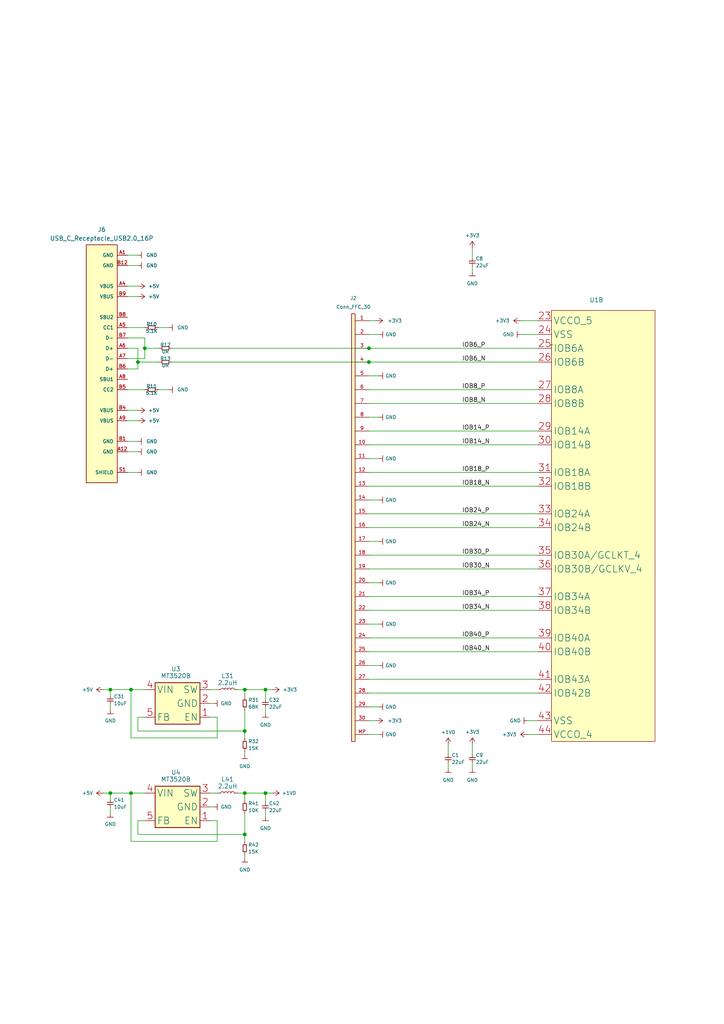
<source format=kicad_sch>
(kicad_sch (version 20231120) (generator "eeschema") (generator_version "8.0")
  (paper "A4" portrait)
  (lib_symbols
    (symbol "AI6YP:+1V0" (power) (pin_names (offset 0))
      (property "Value" "+1V0" (at 0 4 0))
      (symbol "+1V0_0_1"
        (polyline (pts (xy 0 0) (xy 0 2)))
        (polyline (pts (xy -0.7 1) (xy 0 2) (xy 0.7 1)))
      )
      (symbol "+1V0_1_1"
        (pin power_in line (at 0 0 90) (length 0) hide (name "+1V0") (number "1"))
      )
    )
    (symbol "AI6YP:+3V3" (power) (pin_names (offset 0))
      (property "Value" "+3V3" (at 0 4 0))
      (symbol "+3V3_0_1"
        (polyline (pts (xy 0 0) (xy 0 2)))
        (polyline (pts (xy -0.7 1) (xy 0 2) (xy 0.7 1)))
      )
      (symbol "+3V3_1_1"
        (pin power_in line (at 0 0 90) (length 0) hide (name "+3V3") (number "1"))
      )
    )
    (symbol "AI6YP:+5V" (power) (pin_names (offset 0))
      (property "Value" "+5V" (at 0 4 0))
      (symbol "+5V_0_1"
        (polyline (pts (xy 0 0) (xy 0 2)))
        (polyline (pts (xy -0.7 1) (xy 0 2) (xy 0.7 1)))
      )
      (symbol "+5V_1_1"
        (pin power_in line (at 0 0 90) (length 0) hide (name "+5V") (number "1"))
      )
    )
    (symbol "AI6YP:C" (pin_numbers hide) (pin_names (offset 0.254))
      (property "Reference" "C" (at 1 2 0))
      (property "Value" "C" (at 1 -2 0))
      (symbol "C_1_1"
        (polyline (pts (xy -0.9 -0.3) (xy 0.9 -0.3)) (stroke (width 0.2)))
        (polyline (pts (xy -0.9 0.3) (xy 0.9 0.3)) (stroke (width 0.2)))
        (pin passive line (at 0 1 270) (length 0.7) (name "~") (number "1"))
        (pin passive line (at 0 -1 90) (length 0.7) (name "~") (number "2"))
      )
    )
    (symbol "AI6YP:Conn_FFC_30" (pin_names (offset 1.016) hide)
      (property "Reference" "J" (at -20 65 0))
      (property "Value" "Conn_FFC_30" (at -20 -68 0))
      (symbol "Conn_FFC_30_1_1"
        (rectangle (start -20 62) (end -19 -62) (stroke (width 0.2)) (fill (type background)))
        (pin passive line (at -15 60 180) (length 4) (name "Pin_1") (number "1"))
        (pin passive line (at -15 24 180) (length 4) (name "Pin_10") (number "10"))
        (pin passive line (at -15 20 180) (length 4) (name "Pin_11") (number "11"))
        (pin passive line (at -15 16 180) (length 4) (name "Pin_12") (number "12"))
        (pin passive line (at -15 12 180) (length 4) (name "Pin_13") (number "13"))
        (pin passive line (at -15 8 180) (length 4) (name "Pin_14") (number "14"))
        (pin passive line (at -15 4 180) (length 4) (name "Pin_15") (number "15"))
        (pin passive line (at -15 0 180) (length 4) (name "Pin_16") (number "16"))
        (pin passive line (at -15 -4 180) (length 4) (name "Pin_17") (number "17"))
        (pin passive line (at -15 -8 180) (length 4) (name "Pin_18") (number "18"))
        (pin passive line (at -15 -12 180) (length 4) (name "Pin_19") (number "19"))
        (pin passive line (at -15 56 180) (length 4) (name "Pin_2") (number "2"))
        (pin passive line (at -15 -16 180) (length 4) (name "Pin_20") (number "20"))
        (pin passive line (at -15 -20 180) (length 4) (name "Pin_21") (number "21"))
        (pin passive line (at -15 -24 180) (length 4) (name "Pin_22") (number "22"))
        (pin passive line (at -15 -28 180) (length 4) (name "Pin_23") (number "23"))
        (pin passive line (at -15 -32 180) (length 4) (name "Pin_24") (number "24"))
        (pin passive line (at -15 -36 180) (length 4) (name "Pin_25") (number "25"))
        (pin passive line (at -15 -40 180) (length 4) (name "Pin_26") (number "26"))
        (pin passive line (at -15 -44 180) (length 4) (name "Pin_27") (number "27"))
        (pin passive line (at -15 -48 180) (length 4) (name "Pin_28") (number "28"))
        (pin passive line (at -15 -52 180) (length 4) (name "Pin_29") (number "29"))
        (pin passive line (at -15 52 180) (length 4) (name "Pin_3") (number "3"))
        (pin passive line (at -15 -56 180) (length 4) (name "Pin_30") (number "30"))
        (pin passive line (at -15 48 180) (length 4) (name "Pin_4") (number "4"))
        (pin passive line (at -15 44 180) (length 4) (name "Pin_5") (number "5"))
        (pin passive line (at -15 40 180) (length 4) (name "Pin_6") (number "6"))
        (pin passive line (at -15 36 180) (length 4) (name "Pin_7") (number "7"))
        (pin passive line (at -15 32 180) (length 4) (name "Pin_8") (number "8"))
        (pin passive line (at -15 28 180) (length 4) (name "Pin_9") (number "9"))
        (pin passive line (at -15 -60 180) (length 4) (name "Pin_MP") (number "MP"))
      )
    )
    (symbol "AI6YP:GND" (power) (pin_names (offset 0))
      (property "Value" "GND" (at 0 -2 0))
      (symbol "GND_0_1"
        (polyline (pts (xy -0.9 -1) (xy 0.9 -1)))
        (polyline (pts (xy 0 0) (xy 0 -1)))
      )
      (symbol "GND_1_1"
        (pin power_in line (at 0 0 270) (length 0) hide (name "GND") (number "1"))
      )
    )
    (symbol "AI6YP:GW2AR-88" (pin_names (offset 0.5))
      (property "Reference" "U" (at 14 9 0))
      (symbol "GW2AR-88_1_1"
        (rectangle (start 0 4) (end 40 -126) (fill (type background)))
        (pin power_in line (at -4 0 0) (length 4) (name "VCORE") (number "1"))
        (pin bidirectional line (at -4 -60 0) (length 4) (name "IOL29A/GCLKT_6") (number "10"))
        (pin bidirectional line (at -4 -64 0) (length 4) (name "IOL29B/GCLKC_6") (number "11"))
        (pin power_in line (at -4 -68 0) (length 4) (name "VCCX/VCCO_2/6/7") (number "12"))
        (pin bidirectional line (at -4 -72 0) (length 4) (name "IOL45A/LPLL2_T_in") (number "13"))
        (pin power_in line (at -4 -76 0) (length 4) (name "VCCPLLL_1") (number "14"))
        (pin bidirectional line (at -4 -84 0) (length 4) (name "IOL47A/LPLL2_T_fb") (number "15"))
        (pin bidirectional line (at -4 -88 0) (length 4) (name "IOL47B/LPLL2_C_fb") (number "16"))
        (pin bidirectional line (at -4 -96 0) (length 4) (name "IOL49A") (number "17"))
        (pin bidirectional line (at -4 -100 0) (length 4) (name "IOL49B") (number "18"))
        (pin bidirectional line (at -4 -108 0) (length 4) (name "IOL51A") (number "19"))
        (pin power_in line (at -4 -4 0) (length 4) (name "VSS") (number "2"))
        (pin bidirectional line (at -4 -112 0) (length 4) (name "IOL51B") (number "20"))
        (pin bidirectional line (at -4 -116 0) (length 4) (name "VSS") (number "21"))
        (pin bidirectional line (at -4 -120 0) (length 4) (name "VCORE") (number "22"))
        (pin bidirectional line (at -4 -8 0) (length 4) (name "VCCX/VCCO_2/6/7") (number "3"))
        (pin bidirectional line (at -4 -24 0) (length 4) (name "IOL7A/LPLL1_T_in") (number "4"))
        (pin bidirectional line (at -4 -28 0) (length 4) (name "IOR25B/TMS") (number "5"))
        (pin bidirectional line (at -4 -36 0) (length 4) (name "IOR26A/TCK") (number "6"))
        (pin bidirectional line (at -4 -40 0) (length 4) (name "IOR26B/TDI") (number "7"))
        (pin bidirectional line (at -4 -48 0) (length 4) (name "IOR25A/TDO") (number "8"))
        (pin bidirectional line (at -4 -52 0) (length 4) (name "IOR31B/RECONFIG_N") (number "9"))
      )
      (symbol "GW2AR-88_2_1"
        (rectangle (start 0 10) (end 30 -115) (fill (type background)))
        (pin power_in line (at -4 7 0) (length 4) (name "VCCO_5") (number "23"))
        (pin power_in line (at -4 3 0) (length 4) (name "VSS") (number "24"))
        (pin bidirectional line (at -4 -1 0) (length 4) (name "IOB6A") (number "25"))
        (pin bidirectional line (at -4 -5 0) (length 4) (name "IOB6B") (number "26"))
        (pin bidirectional line (at -4 -13 0) (length 4) (name "IOB8A") (number "27"))
        (pin bidirectional line (at -4 -17 0) (length 4) (name "IOB8B") (number "28"))
        (pin bidirectional line (at -4 -25 0) (length 4) (name "IOB14A") (number "29"))
        (pin bidirectional line (at -4 -29 0) (length 4) (name "IOB14B") (number "30"))
        (pin bidirectional line (at -4 -37 0) (length 4) (name "IOB18A") (number "31"))
        (pin bidirectional line (at -4 -41 0) (length 4) (name "IOB18B") (number "32"))
        (pin bidirectional line (at -4 -49 0) (length 4) (name "IOB24A") (number "33"))
        (pin bidirectional line (at -4 -53 0) (length 4) (name "IOB24B") (number "34"))
        (pin bidirectional line (at -4 -61 0) (length 4) (name "IOB30A/GCLKT_4") (number "35"))
        (pin bidirectional line (at -4 -65 0) (length 4) (name "IOB30B/GCLKV_4") (number "36"))
        (pin bidirectional line (at -4 -73 0) (length 4) (name "IOB34A") (number "37"))
        (pin bidirectional line (at -4 -77 0) (length 4) (name "IOB34B") (number "38"))
        (pin bidirectional line (at -4 -85 0) (length 4) (name "IOB40A") (number "39"))
        (pin bidirectional line (at -4 -89 0) (length 4) (name "IOB40B") (number "40"))
        (pin bidirectional line (at -4 -97 0) (length 4) (name "IOB43A") (number "41"))
        (pin bidirectional line (at -4 -101 0) (length 4) (name "IOB42B") (number "42"))
        (pin power_in line (at -4 -109 0) (length 4) (name "VSS") (number "43"))
        (pin power_in line (at -4 -113 0) (length 4) (name "VCCO_4") (number "44"))
      )
      (symbol "GW2AR-88_3_1"
        (rectangle (start 0 10) (end 40 -120) (fill (type background)))
        (pin power_in line (at -4 4 0) (length 4) (name "VCORE") (number "45"))
        (pin power_in line (at -4 0 0) (length 4) (name "VSS") (number "46"))
        (pin bidirectional line (at -4 -8 0) (length 4) (name "EXTR") (number "47"))
        (pin bidirectional line (at -4 -12 0) (length 4) (name "IOR49B") (number "48"))
        (pin bidirectional line (at -4 -16 0) (length 4) (name "IOR49A") (number "49"))
        (pin power_in line (at -4 -20 0) (length 4) (name "VCCPLLR_1") (number "50"))
        (pin bidirectional line (at -4 -24 0) (length 4) (name "IOR45A/RPLL2_T_in") (number "51"))
        (pin bidirectional line (at -4 -28 0) (length 4) (name "IOR39A/SCLK") (number "52"))
        (pin bidirectional line (at -4 -36 0) (length 4) (name "IOR38B/DOUT/WE_N") (number "53"))
        (pin bidirectional line (at -4 -40 0) (length 4) (name "IOR38A/DIN/CLKHOLD_N") (number "54"))
        (pin bidirectional line (at -4 -48 0) (length 4) (name "IOR36B/SSPI_CS_N/D0") (number "55"))
        (pin bidirectional line (at -4 -52 0) (length 4) (name "IOR36A/SO/D1") (number "56"))
        (pin bidirectional line (at -4 -60 0) (length 4) (name "IOR35A/FASTRD_N/D3") (number "57"))
        (pin power_in line (at -4 -68 0) (length 4) (name "VCCO_3") (number "58"))
        (pin bidirectional line (at -4 -72 0) (length 4) (name "IOR34B/MCLK/D4") (number "59"))
        (pin bidirectional line (at -4 -76 0) (length 4) (name "IOR34A/MCS_N/D5") (number "60"))
        (pin bidirectional line (at -4 -84 0) (length 4) (name "IOR33B/MO/D6") (number "61"))
        (pin bidirectional line (at -4 -88 0) (length 4) (name "IOR33A/MI/D7") (number "62"))
        (pin bidirectional line (at -4 -100 0) (length 4) (name "IOR29A/GCLKT_3") (number "63"))
        (pin bidirectional line (at -4 -104 0) (length 4) (name "VCCX/VCCO_2/5/7") (number "64"))
        (pin power_in line (at -4 -112 0) (length 4) (name "VSS") (number "65"))
        (pin power_in line (at -4 -116 0) (length 4) (name "VCORE") (number "66"))
      )
      (symbol "GW2AR-88_4_1"
        (rectangle (start 0 7) (end 30 -134) (fill (type background)))
        (pin power_in line (at -4 -2 0) (length 4) (name "VCCO_1") (number "67"))
        (pin power_in line (at -4 -6 0) (length 4) (name "VSS") (number "68"))
        (pin bidirectional line (at -4 -14 0) (length 4) (name "IOT50A") (number "69"))
        (pin bidirectional line (at -4 -22 0) (length 4) (name "IOT44B") (number "70"))
        (pin bidirectional line (at -4 -26 0) (length 4) (name "IOT44A") (number "71"))
        (pin bidirectional line (at -4 -34 0) (length 4) (name "IOT40B") (number "72"))
        (pin bidirectional line (at -4 -38 0) (length 4) (name "IOT40A") (number "73"))
        (pin bidirectional line (at -4 -46 0) (length 4) (name "IOT34B") (number "74"))
        (pin bidirectional line (at -4 -50 0) (length 4) (name "IOT34A") (number "75"))
        (pin bidirectional line (at -4 -58 0) (length 4) (name "IOT30B/GCLKC_1") (number "76"))
        (pin bidirectional line (at -4 -62 0) (length 4) (name "IOT30A/GCLKT_1") (number "77"))
        (pin power_in line (at -4 -66 0) (length 4) (name "VCCO_0") (number "78"))
        (pin bidirectional line (at -4 -70 0) (length 4) (name "IOT27B/GCLKC_0") (number "79"))
        (pin bidirectional line (at -4 -74 0) (length 4) (name "IOT27A/GCLKT_0") (number "80"))
        (pin bidirectional line (at -4 -82 0) (length 4) (name "IOT17B") (number "81"))
        (pin bidirectional line (at -4 -86 0) (length 4) (name "IOT17A") (number "82"))
        (pin bidirectional line (at -4 -94 0) (length 4) (name "IOT6B") (number "83"))
        (pin bidirectional line (at -4 -98 0) (length 4) (name "IOT6A") (number "84"))
        (pin bidirectional line (at -4 -106 0) (length 4) (name "IOT4B") (number "85"))
        (pin bidirectional line (at -4 -110 0) (length 4) (name "IOT4A") (number "86"))
        (pin bidirectional line (at -4 -118 0) (length 4) (name "IOR30B/MODE1") (number "87"))
        (pin bidirectional line (at -4 -122 0) (length 4) (name "IOR30A/MODE0") (number "88"))
        (pin power_in line (at -4 -130 0) (length 4) (name "EPAD") (number "89"))
      )
    )
    (symbol "AI6YP:L" (pin_numbers hide) (pin_names (offset 1.016) hide)
      (property "Reference" "L" (at -2 0 90))
      (property "Value" "L" (at 2 0 90))
      (symbol "L_0_1"
        (arc (start 0 -2) (mid 0.4694 -1.5) (end 0 -1))
        (arc (start 0 -1) (mid 0.4604 -0.5) (end 0 0))
        (arc (start 0 0) (mid 0.4289 0.5) (end 0 1))
        (arc (start 0 1) (mid 0.4261 1.5) (end 0 2))
      )
      (symbol "L_1_1"
        (pin passive line (at 0 3 270) (length 1) (name "1") (number "1"))
        (pin passive line (at 0 -3 90) (length 1) (name "2") (number "2"))
      )
    )
    (symbol "AI6YP:MT3520B"
      (property "Reference" "U" (at 0 9 0))
      (property "Value" "MT3520B" (at -3 7 0))
      (symbol "MT3520B_0_1"
        (rectangle (start -5 5) (end 8 -7) (stroke (width 0.254)) (fill (type background)))
      )
      (symbol "MT3520B_1_1"
        (pin input line (at 11 -5 180) (length 3) (name "EN") (number "1"))
        (pin passive line (at 11 -1 180) (length 3) (name "GND") (number "2"))
        (pin power_out line (at 11 3 180) (length 3) (name "SW") (number "3"))
        (pin power_in line (at -8 3 0) (length 3) (name "VIN") (number "4"))
        (pin power_in line (at -8 -5 0) (length 3) (name "FB") (number "5"))
      )
    )
    (symbol "AI6YP:R" (pin_numbers hide) (pin_names (offset 0))
      (property "Reference" "R" (at 2 0 90))
      (property "Value" "R" (at 0 0 90))
      (symbol "R_1_1"
        (rectangle (start -0.5 1) (end 0.5 -1) (stroke (width 0.2)))
        (pin passive line (at 0 2 270) (length 1) (name "~") (number "1"))
        (pin passive line (at 0 -2 90) (length 1) (name "~") (number "2"))
      )
    )
    (symbol "AI6YP:USB_C_Receptacle_USB2.0_16P" (pin_names (offset 1.016))
      (property "Reference" "J" (at 5 46 0))
      (property "Value" "USB_C_Receptacle_USB2.0_16P" (at 6 -29 0))
      (symbol "USB_C_Receptacle_USB2.0_16P_1_1"
        (rectangle (start 0 44) (end 9 -25) (stroke (width 0.2)) (fill (type background)))
        (pin passive line (at 12 41 180) (length 3) (name "GND") (number "A1"))
        (pin passive line (at 12 -16 180) (length 3) (name "GND") (number "A12"))
        (pin passive line (at 12 32 180) (length 3) (name "VBUS") (number "A4"))
        (pin bidirectional line (at 12 20 180) (length 3) (name "CC1") (number "A5"))
        (pin bidirectional line (at 12 14 180) (length 3) (name "D+") (number "A6"))
        (pin bidirectional line (at 12 11 180) (length 3) (name "D-") (number "A7"))
        (pin bidirectional line (at 12 5 180) (length 3) (name "SBU1") (number "A8"))
        (pin passive line (at 12 -7 180) (length 3) (name "VBUS") (number "A9"))
        (pin passive line (at 12 -13 180) (length 3) (name "GND") (number "B1"))
        (pin passive line (at 12 38 180) (length 3) (name "GND") (number "B12"))
        (pin passive line (at 12 -4 180) (length 3) (name "VBUS") (number "B4"))
        (pin bidirectional line (at 12 2 180) (length 3) (name "CC2") (number "B5"))
        (pin bidirectional line (at 12 8 180) (length 3) (name "D+") (number "B6"))
        (pin bidirectional line (at 12 17 180) (length 3) (name "D-") (number "B7"))
        (pin bidirectional line (at 12 23 180) (length 3) (name "SBU2") (number "B8"))
        (pin passive line (at 12 29 180) (length 3) (name "VBUS") (number "B9"))
        (pin passive line (at 12 -22 180) (length 3) (name "SHIELD") (number "S1"))
      )
    )
  )
  (junction (at 71 230))
  (junction (at 42 101))
  (junction (at 40 105))
  (junction (at 32 230))
  (junction (at 77 200))
  (junction (at 77 230))
  (junction (at 32 200))
  (junction (at 107 101))
  (junction (at 71 242))
  (junction (at 38 200))
  (junction (at 71 212))
  (junction (at 107 105))
  (junction (at 38 230))
  (junction (at 71 200))
  (wire (pts (xy 61 238) (xy 63 238)))
  (wire (pts (xy 107 109) (xy 110 109)))
  (wire (pts (xy 71 242) (xy 71 244)))
  (wire (pts (xy 107 205) (xy 110 205)))
  (wire (pts (xy 107 141) (xy 156 141)))
  (wire (pts (xy 71 212) (xy 71 214)))
  (wire (pts (xy 130 221) (xy 130 223)))
  (wire (pts (xy 42 238) (xy 40 238)))
  (wire (pts (xy 40 107) (xy 40 105)))
  (wire (pts (xy 77 200) (xy 79 200)))
  (wire (pts (xy 107 185) (xy 156 185)))
  (wire (pts (xy 32 234) (xy 32 236)))
  (wire (pts (xy 32 200) (xy 38 200)))
  (wire (pts (xy 37 101) (xy 40 101)))
  (wire (pts (xy 137 77) (xy 137 79)))
  (wire (pts (xy 38 214) (xy 38 200)))
  (wire (pts (xy 69 230) (xy 71 230)))
  (wire (pts (xy 61 208) (xy 63 208)))
  (wire (pts (xy 38 244) (xy 38 230)))
  (wire (pts (xy 32 230) (xy 38 230)))
  (wire (pts (xy 77 235) (xy 77 237)))
  (wire (pts (xy 107 137) (xy 156 137)))
  (wire (pts (xy 42 101) (xy 42 104)))
  (wire (pts (xy 71 200) (xy 77 200)))
  (wire (pts (xy 130 216) (xy 130 219)))
  (wire (pts (xy 37 77) (xy 40 77)))
  (wire (pts (xy 77 230) (xy 77 233)))
  (wire (pts (xy 37 107) (xy 40 107)))
  (wire (pts (xy 37 95) (xy 42 95)))
  (wire (pts (xy 50 101) (xy 107 101)))
  (wire (pts (xy 107 129) (xy 156 129)))
  (wire (pts (xy 107 97) (xy 110 97)))
  (wire (pts (xy 107 173) (xy 156 173)))
  (wire (pts (xy 151 97) (xy 156 97)))
  (wire (pts (xy 71 218) (xy 71 219)))
  (wire (pts (xy 37 98) (xy 42 98)))
  (wire (pts (xy 40 105) (xy 40 101)))
  (wire (pts (xy 107 161) (xy 156 161)))
  (wire (pts (xy 40 212) (xy 71 212)))
  (wire (pts (xy 71 230) (xy 77 230)))
  (wire (pts (xy 71 230) (xy 71 232)))
  (wire (pts (xy 61 234) (xy 62 234)))
  (wire (pts (xy 38 230) (xy 42 230)))
  (wire (pts (xy 40 105) (xy 46 105)))
  (wire (pts (xy 38 200) (xy 42 200)))
  (wire (pts (xy 63 238) (xy 63 244)))
  (wire (pts (xy 61 200) (xy 63 200)))
  (wire (pts (xy 46 95) (xy 49 95)))
  (wire (pts (xy 107 209) (xy 109 209)))
  (wire (pts (xy 77 230) (xy 79 230)))
  (wire (pts (xy 107 93) (xy 109 93)))
  (wire (pts (xy 37 113) (xy 42 113)))
  (wire (pts (xy 107 197) (xy 156 197)))
  (wire (pts (xy 107 193) (xy 110 193)))
  (wire (pts (xy 63 208) (xy 63 214)))
  (wire (pts (xy 107 157) (xy 110 157)))
  (wire (pts (xy 107 105) (xy 156 105)))
  (wire (pts (xy 30 200) (xy 32 200)))
  (wire (pts (xy 71 206) (xy 71 212)))
  (wire (pts (xy 71 248) (xy 71 249)))
  (wire (pts (xy 107 169) (xy 110 169)))
  (wire (pts (xy 61 204) (xy 62 204)))
  (wire (pts (xy 107 101) (xy 156 101)))
  (wire (pts (xy 71 236) (xy 71 242)))
  (wire (pts (xy 71 200) (xy 71 202)))
  (wire (pts (xy 107 133) (xy 110 133)))
  (wire (pts (xy 107 145) (xy 110 145)))
  (wire (pts (xy 32 200) (xy 32 202)))
  (wire (pts (xy 46 113) (xy 49 113)))
  (wire (pts (xy 37 131) (xy 40 131)))
  (wire (pts (xy 50 105) (xy 107 105)))
  (wire (pts (xy 30 230) (xy 32 230)))
  (wire (pts (xy 151 93) (xy 156 93)))
  (wire (pts (xy 107 117) (xy 156 117)))
  (wire (pts (xy 37 119) (xy 40 119)))
  (wire (pts (xy 137 216) (xy 137 219)))
  (wire (pts (xy 137 221) (xy 137 223)))
  (wire (pts (xy 63 244) (xy 38 244)))
  (wire (pts (xy 107 201) (xy 156 201)))
  (wire (pts (xy 107 153) (xy 156 153)))
  (wire (pts (xy 37 86) (xy 40 86)))
  (wire (pts (xy 63 214) (xy 38 214)))
  (wire (pts (xy 42 104) (xy 37 104)))
  (wire (pts (xy 137 72) (xy 137 75)))
  (wire (pts (xy 107 165) (xy 156 165)))
  (wire (pts (xy 107 213) (xy 110 213)))
  (wire (pts (xy 32 204) (xy 32 206)))
  (wire (pts (xy 153 213) (xy 156 213)))
  (wire (pts (xy 42 98) (xy 42 101)))
  (wire (pts (xy 107 121) (xy 110 121)))
  (wire (pts (xy 37 74) (xy 40 74)))
  (wire (pts (xy 32 230) (xy 32 232)))
  (wire (pts (xy 69 200) (xy 71 200)))
  (wire (pts (xy 42 101) (xy 46 101)))
  (wire (pts (xy 107 125) (xy 156 125)))
  (wire (pts (xy 107 113) (xy 156 113)))
  (wire (pts (xy 107 189) (xy 156 189)))
  (wire (pts (xy 77 205) (xy 77 207)))
  (wire (pts (xy 107 181) (xy 110 181)))
  (wire (pts (xy 37 122) (xy 40 122)))
  (wire (pts (xy 40 238) (xy 40 242)))
  (wire (pts (xy 107 149) (xy 156 149)))
  (wire (pts (xy 107 177) (xy 156 177)))
  (wire (pts (xy 37 137) (xy 40 137)))
  (wire (pts (xy 40 242) (xy 71 242)))
  (wire (pts (xy 37 128) (xy 40 128)))
  (wire (pts (xy 61 230) (xy 63 230)))
  (wire (pts (xy 40 208) (xy 40 212)))
  (wire (pts (xy 153 209) (xy 156 209)))
  (wire (pts (xy 37 83) (xy 40 83)))
  (wire (pts (xy 77 200) (xy 77 203)))
  (wire (pts (xy 42 208) (xy 40 208)))
  (label "IOB30_P" (at 134 161 0))
  (label "IOB34_P" (at 134 173 0))
  (label "IOB14_N" (at 134 129 0))
  (label "IOB24_P" (at 134 149 0))
  (label "IOB18_N" (at 134 141 0))
  (label "IOB34_N" (at 134 177 0))
  (label "IOB24_N" (at 134 153 0))
  (label "IOB18_P" (at 134 137 0))
  (label "IOB30_N" (at 134 165 0))
  (label "IOB8_N" (at 134 117 0))
  (label "IOB6_N" (at 134 105 0))
  (label "IOB40_P" (at 134 185 0))
  (label "IOB14_P" (at 134 125 0))
  (label "IOB40_N" (at 134 189 0))
  (label "IOB8_P" (at 134 113 0))
  (label "IOB6_P" (at 134 101 0))
  (symbol (lib_id "AI6YP:+1V0") (at 130 216 0) (unit 1)
    (property "Reference" "#PWR096" (effects (hide yes)))
    (property "Value" "+1V0" (at 130 212.34 0) (effects (font (size 1 1))))
    (property "Description" "Power symbol creates a global label with name \"+1V0\"" (effects (hide yes)))
  )
  (symbol (lib_id "AI6YP:+5V") (at 40 83 270) (unit 1)
    (property "Reference" "#PWR087" (effects (hide yes)))
    (property "Value" "+5V" (at 43 83 90) (effects (font (size 1 1)) (justify left)))
    (property "Description" "Power symbol creates a global label with name \"+3V3\"" (effects (hide yes)))
  )
  (symbol (lib_id "AI6YP:+5V") (at 40 86 270) (unit 1)
    (property "Reference" "#PWR088" (effects (hide yes)))
    (property "Value" "+5V" (at 43 86 90) (effects (font (size 1 1)) (justify left)))
    (property "Description" "Power symbol creates a global label with name \"+3V3\"" (effects (hide yes)))
  )
  (symbol (lib_id "AI6YP:GND") (at 110 109 90) (unit 1)
    (property "Reference" "#PWR013" (effects (hide yes)))
    (property "Value" "GND" (at 111.76 108.9999 90) (effects (font (size 1 1)) (justify right)))
    (property "Description" "Power symbol creates a global label with name \"GND\" , ground" (effects (hide yes)))
  )
  (symbol (lib_id "AI6YP:+5V") (at 40 119 270) (unit 1)
    (property "Reference" "#PWR089" (effects (hide yes)))
    (property "Value" "+5V" (at 43 119 90) (effects (font (size 1 1)) (justify left)))
    (property "Description" "Power symbol creates a global label with name \"+3V3\"" (effects (hide yes)))
  )
  (symbol (lib_id "AI6YP:C") (at 32 233 0) (unit 1)
    (property "Reference" "C41" (at 33 232 0) (effects (font (size 1 1)) (justify left)))
    (property "Value" "10uF" (at 33 234 0) (effects (font (size 1 1)) (justify left)))
    (property "Footprint" "AI6YP:C_0603_1608Metric" (effects (hide yes)))
    (property "Description" "Unpolarized capacitor" (effects (hide yes)))
  )
  (symbol (lib_id "AI6YP:C") (at 32 203 0) (unit 1)
    (property "Reference" "C31" (at 33 202 0) (effects (font (size 1 1)) (justify left)))
    (property "Value" "10uF" (at 33 204 0) (effects (font (size 1 1)) (justify left)))
    (property "Footprint" "AI6YP:C_0603_1608Metric" (effects (hide yes)))
    (property "Description" "Unpolarized capacitor" (effects (hide yes)))
  )
  (symbol (lib_id "AI6YP:GND") (at 71 249 0) (unit 1)
    (property "Reference" "#PWR0130" (effects (hide yes)))
    (property "Value" "GND" (at 71 252.22 0) (effects (font (size 1 1))))
    (property "Description" "Power symbol creates a global label with name \"GND\" , ground" (effects (hide yes)))
  )
  (symbol (lib_id "AI6YP:R") (at 71 246 0) (unit 1)
    (property "Reference" "R42" (at 72 245 0) (effects (font (size 1 1)) (justify left)))
    (property "Value" "15K" (at 72 247 0) (effects (font (size 1 1)) (justify left)))
    (property "Footprint" "AI6YP:R_0603_1608Metric" (effects (hide yes)))
    (property "Description" "Resistor" (effects (hide yes)))
  )
  (symbol (lib_id "AI6YP:C") (at 137 220 0) (unit 1)
    (property "Reference" "C9" (at 138 219 0) (effects (font (size 1 1)) (justify left)))
    (property "Value" "22uF" (at 138 221 0) (effects (font (size 1 1)) (justify left)))
    (property "Footprint" "AI6YP:C_0603_1608Metric" (effects (hide yes)))
    (property "Description" "Unpolarized capacitor" (effects (hide yes)))
  )
  (symbol (lib_id "AI6YP:GND") (at 110 121 90) (unit 1)
    (property "Reference" "#PWR06" (effects (hide yes)))
    (property "Value" "GND" (at 111.76 120.9999 90) (effects (font (size 1 1)) (justify right)))
    (property "Description" "Power symbol creates a global label with name \"GND\" , ground" (effects (hide yes)))
  )
  (symbol (lib_id "AI6YP:R") (at 44 113 90) (unit 1)
    (property "Reference" "R11" (at 44 112 90) (effects (font (size 1 1))))
    (property "Value" "5.1K" (at 44 114 90) (effects (font (size 1 1))))
    (property "Footprint" "AI6YP:R_0603_1608Metric" (effects (hide yes)))
    (property "Description" "Resistor" (effects (hide yes)))
  )
  (symbol (lib_id "AI6YP:R") (at 48 101 90) (unit 1)
    (property "Reference" "R12" (at 48 100 90) (effects (font (size 1 1))))
    (property "Value" "0R" (at 48 102 90) (effects (font (size 1 1))))
    (property "Footprint" "AI6YP:R_0603_1608Metric" (effects (hide yes)))
    (property "Description" "Resistor" (effects (hide yes)))
  )
  (symbol (lib_id "AI6YP:GND") (at 110 193 90) (unit 1)
    (property "Reference" "#PWR014" (effects (hide yes)))
    (property "Value" "GND" (at 111.76 192.9999 90) (effects (font (size 1 1)) (justify right)))
    (property "Description" "Power symbol creates a global label with name \"GND\" , ground" (effects (hide yes)))
  )
  (symbol (lib_id "AI6YP:MT3520B") (at 50 233 0) (unit 1)
    (property "Reference" "U4" (at 51 224 0))
    (property "Value" "MT3520B" (at 51 226 0))
    (property "Footprint" "AI6YP:SOT-23-5" (effects (hide yes)))
    (property "Datasheet" "https://datasheet.lcsc.com/lcsc/2106070305_XI-AN-Aerosemi-Tech-MT3520B_C2684933.pdf" (effects (hide yes)))
    (property "Description" "High Efficiency 1.5MHz 2A Synchronous Step-Down Converter, 2.3V-6V Vin, SOT23-5" (effects (hide yes)))
  )
  (symbol (lib_id "AI6YP:Conn_FFC_30") (at 122 153 0) (unit 1)
    (property "Reference" "J2" (at 102.5 86.47 0) (effects (font (size 1 1))))
    (property "Value" "Conn_FFC_30" (at 102.5 89.01 0) (effects (font (size 1 1))))
    (property "Footprint" "AI6YP:Hirose_FH12-30S-0.5SH_1x30-1MP_P0.50mm_Horizontal" (effects (hide yes)))
    (property "Description" "FFC 30 pin connector" (effects (hide yes)))
  )
  (symbol (lib_id "AI6YP:GND") (at 62 234 90) (unit 1)
    (property "Reference" "#PWR0128" (effects (hide yes)))
    (property "Value" "GND" (at 64 234 90) (effects (font (size 1 1)) (justify right)))
    (property "Description" "Power symbol creates a global label with name \"GND\" , ground" (effects (hide yes)))
  )
  (symbol (lib_id "AI6YP:GND") (at 110 145 90) (unit 1)
    (property "Reference" "#PWR09" (effects (hide yes)))
    (property "Value" "GND" (at 111.76 144.9999 90) (effects (font (size 1 1)) (justify right)))
    (property "Description" "Power symbol creates a global label with name \"GND\" , ground" (effects (hide yes)))
  )
  (symbol (lib_id "AI6YP:+3V3") (at 109 209 270) (unit 1)
    (property "Reference" "#PWR0118" (effects (hide yes)))
    (property "Value" "+3V3" (at 112.41 208.9999 90) (effects (font (size 1 1)) (justify left)))
    (property "Description" "Power symbol creates a global label with name \"+3V3\"" (effects (hide yes)))
  )
  (symbol (lib_id "AI6YP:+5V") (at 40 122 270) (unit 1)
    (property "Reference" "#PWR090" (effects (hide yes)))
    (property "Value" "+5V" (at 43 122 90) (effects (font (size 1 1)) (justify left)))
    (property "Description" "Power symbol creates a global label with name \"+3V3\"" (effects (hide yes)))
  )
  (symbol (lib_id "AI6YP:GND") (at 110 97 90) (unit 1)
    (property "Reference" "#PWR017" (effects (hide yes)))
    (property "Value" "GND" (at 111.76 96.9999 90) (effects (font (size 1 1)) (justify right)))
    (property "Description" "Power symbol creates a global label with name \"GND\" , ground" (effects (hide yes)))
  )
  (symbol (lib_id "AI6YP:+5V") (at 30 200 90) (unit 1)
    (property "Reference" "#PWR0100" (effects (hide yes)))
    (property "Value" "+5V" (at 27 200 90) (effects (font (size 1 1)) (justify left)))
    (property "Description" "Power symbol creates a global label with name \"+3V3\"" (effects (hide yes)))
  )
  (symbol (lib_id "AI6YP:GND") (at 110 213 90) (unit 1)
    (property "Reference" "#PWR016" (effects (hide yes)))
    (property "Value" "GND" (at 111.76 212.9999 90) (effects (font (size 1 1)) (justify right)))
    (property "Description" "Power symbol creates a global label with name \"GND\" , ground" (effects (hide yes)))
  )
  (symbol (lib_id "AI6YP:USB_C_Receptacle_USB2.0_16P") (at 25 115 0) (unit 1)
    (property "Reference" "J6" (at 29.5 66.58 0))
    (property "Value" "USB_C_Receptacle_USB2.0_16P" (at 29.5 69.12 0))
    (property "Footprint" "AI6YP:USB_C_Receptacle_GCT_USB4105-xx-A_16P_TopMnt_Horizontal" (effects (hide yes)))
    (property "Datasheet" "https://datasheet.lcsc.com/lcsc/2111231930_SHOU-HAN-TYPE-C-16PIN-2MD-073_C2765186.pdf" (effects (hide yes)))
    (property "Description" "USB 2.0-only 16P Type-C Receptacle connector" (effects (hide yes)))
  )
  (symbol (lib_id "AI6YP:GND") (at 49 113 90) (unit 1)
    (property "Reference" "#PWR095" (effects (hide yes)))
    (property "Value" "GND" (at 51.42 113 90) (effects (font (size 1 1)) (justify right)))
    (property "Description" "Power symbol creates a global label with name \"GND\" , ground" (effects (hide yes)))
  )
  (symbol (lib_id "AI6YP:GND") (at 110 205 90) (unit 1)
    (property "Reference" "#PWR015" (effects (hide yes)))
    (property "Value" "GND" (at 111.76 204.9999 90) (effects (font (size 1 1)) (justify right)))
    (property "Description" "Power symbol creates a global label with name \"GND\" , ground" (effects (hide yes)))
  )
  (symbol (lib_id "AI6YP:+3V3") (at 137 72 0) (unit 1)
    (property "Reference" "#PWR0101" (effects (hide yes)))
    (property "Value" "+3V3" (at 137 68.28 0) (effects (font (size 1 1))))
    (property "Description" "Power symbol creates a global label with name \"+3V3\"" (effects (hide yes)))
  )
  (symbol (lib_id "AI6YP:R") (at 44 95 90) (unit 1)
    (property "Reference" "R10" (at 44 94 90) (effects (font (size 1 1))))
    (property "Value" "5.1K" (at 44 96 90) (effects (font (size 1 1))))
    (property "Footprint" "AI6YP:R_0603_1608Metric" (effects (hide yes)))
    (property "Description" "Resistor" (effects (hide yes)))
  )
  (symbol (lib_id "AI6YP:GND") (at 40 131 90) (unit 1)
    (property "Reference" "#PWR092" (effects (hide yes)))
    (property "Value" "GND" (at 42.42 131 90) (effects (font (size 1 1)) (justify right)))
    (property "Description" "Power symbol creates a global label with name \"GND\" , ground" (effects (hide yes)))
  )
  (symbol (lib_id "AI6YP:C") (at 137 76 0) (unit 1)
    (property "Reference" "C8" (at 138 75 0) (effects (font (size 1 1)) (justify left)))
    (property "Value" "22uF" (at 138 77 0) (effects (font (size 1 1)) (justify left)))
    (property "Footprint" "AI6YP:C_0603_1608Metric" (effects (hide yes)))
    (property "Description" "Unpolarized capacitor" (effects (hide yes)))
  )
  (symbol (lib_id "AI6YP:+3V3") (at 137 216 0) (unit 1)
    (property "Reference" "#PWR0103" (effects (hide yes)))
    (property "Value" "+3V3" (at 137 212.28 0) (effects (font (size 1 1))))
    (property "Description" "Power symbol creates a global label with name \"+3V3\"" (effects (hide yes)))
  )
  (symbol (lib_id "AI6YP:R") (at 71 204 0) (unit 1)
    (property "Reference" "R31" (at 72 203 0) (effects (font (size 1 1)) (justify left)))
    (property "Value" "68K" (at 72 205 0) (effects (font (size 1 1)) (justify left)))
    (property "Footprint" "AI6YP:R_0603_1608Metric" (effects (hide yes)))
    (property "Description" "Resistor" (effects (hide yes)))
  )
  (symbol (lib_id "AI6YP:GW2AR-88") (at 160 100 0) (unit 2)
    (property "Reference" "U1" (at 171 87 0) (effects (justify left)))
    (property "Value" "~" (at 160 100 0))
    (property "Footprint" "AI6YP:QFN-88-10x10mm-P0.4mm-EP6.74x6.74mm" (effects (hide yes)))
    (property "Datasheet" "https://cdn.gowinsemi.com.cn/DS226E.pdf" (effects (hide yes)))
  )
  (symbol (lib_id "AI6YP:GND") (at 40 74 90) (unit 1)
    (property "Reference" "#PWR063" (effects (hide yes)))
    (property "Value" "GND" (at 42.42 74 90) (effects (font (size 1 1)) (justify right)))
    (property "Description" "Power symbol creates a global label with name \"GND\" , ground" (effects (hide yes)))
  )
  (symbol (lib_id "AI6YP:C") (at 77 204 0) (unit 1)
    (property "Reference" "C32" (at 78 203 0) (effects (font (size 1 1)) (justify left)))
    (property "Value" "22uF" (at 78 205 0) (effects (font (size 1 1)) (justify left)))
    (property "Footprint" "AI6YP:C_0603_1608Metric" (effects (hide yes)))
    (property "Description" "Unpolarized capacitor" (effects (hide yes)))
  )
  (symbol (lib_id "AI6YP:GND") (at 153 209 270) (unit 1)
    (property "Reference" "#PWR043" (effects (hide yes)))
    (property "Value" "GND" (at 151.08 208.9999 90) (effects (font (size 1 1)) (justify right)))
    (property "Description" "Power symbol creates a global label with name \"GND\" , ground" (effects (hide yes)))
  )
  (symbol (lib_id "AI6YP:+1V0") (at 79 230 270) (unit 1)
    (property "Reference" "#PWR0134" (effects (hide yes)))
    (property "Value" "+1V0" (at 81.74 229.9999 90) (effects (font (size 1 1)) (justify left)))
    (property "Description" "Power symbol creates a global label with name \"+1V0\"" (effects (hide yes)))
  )
  (symbol (lib_id "AI6YP:GND") (at 77 237 0) (unit 1)
    (property "Reference" "#PWR0132" (effects (hide yes)))
    (property "Value" "GND" (at 77 240.22 0) (effects (font (size 1 1))))
    (property "Description" "Power symbol creates a global label with name \"GND\" , ground" (effects (hide yes)))
  )
  (symbol (lib_id "AI6YP:C") (at 77 234 0) (unit 1)
    (property "Reference" "C42" (at 78 233 0) (effects (font (size 1 1)) (justify left)))
    (property "Value" "22uF" (at 78 235 0) (effects (font (size 1 1)) (justify left)))
    (property "Footprint" "AI6YP:C_0603_1608Metric" (effects (hide yes)))
    (property "Description" "Unpolarized capacitor" (effects (hide yes)))
  )
  (symbol (lib_id "AI6YP:+3V3") (at 153 213 90) (unit 1)
    (property "Reference" "#PWR044" (effects (hide yes)))
    (property "Value" "+3V3" (at 149.81 212.9999 90) (effects (font (size 1 1)) (justify left)))
    (property "Description" "Power symbol creates a global label with name \"+3V3\"" (effects (hide yes)))
  )
  (symbol (lib_id "AI6YP:GND") (at 110 181 90) (unit 1)
    (property "Reference" "#PWR012" (effects (hide yes)))
    (property "Value" "GND" (at 111.76 180.9999 90) (effects (font (size 1 1)) (justify right)))
    (property "Description" "Power symbol creates a global label with name \"GND\" , ground" (effects (hide yes)))
  )
  (symbol (lib_id "AI6YP:GND") (at 137 79 0) (unit 1)
    (property "Reference" "#PWR0102" (effects (hide yes)))
    (property "Value" "GND" (at 137 82.22 0) (effects (font (size 1 1))))
    (property "Description" "Power symbol creates a global label with name \"GND\" , ground" (effects (hide yes)))
  )
  (symbol (lib_id "AI6YP:R") (at 48 105 90) (unit 1)
    (property "Reference" "R13" (at 48 104 90) (effects (font (size 1 1))))
    (property "Value" "0R" (at 48 106 90) (effects (font (size 1 1))))
    (property "Footprint" "AI6YP:R_0603_1608Metric" (effects (hide yes)))
    (property "Description" "Resistor" (effects (hide yes)))
  )
  (symbol (lib_id "AI6YP:GND") (at 151 97 270) (unit 1)
    (property "Reference" "#PWR042" (effects (hide yes)))
    (property "Value" "GND" (at 149.08 96.9999 90) (effects (font (size 1 1)) (justify right)))
    (property "Description" "Power symbol creates a global label with name \"GND\" , ground" (effects (hide yes)))
  )
  (symbol (lib_id "AI6YP:GND") (at 130 223 0) (unit 1)
    (property "Reference" "#PWR097" (effects (hide yes)))
    (property "Value" "GND" (at 130 226.22 0) (effects (font (size 1 1))))
    (property "Description" "Power symbol creates a global label with name \"GND\" , ground" (effects (hide yes)))
  )
  (symbol (lib_id "AI6YP:L") (at 66 230 90) (unit 1)
    (property "Reference" "L41" (at 66 226 90))
    (property "Value" "2.2uH" (at 66 228 90))
    (property "Footprint" "AI6YP:L_0805_2012Metric_Pad1.05x1.20mm_HandSolder" (effects (hide yes)))
    (property "Description" "Inductor" (effects (hide yes)))
  )
  (symbol (lib_id "AI6YP:+3V3") (at 109 93 270) (unit 1)
    (property "Reference" "#PWR0119" (effects (hide yes)))
    (property "Value" "+3V3" (at 112.41 92.9999 90) (effects (font (size 1 1)) (justify left)))
    (property "Description" "Power symbol creates a global label with name \"+3V3\"" (effects (hide yes)))
  )
  (symbol (lib_id "AI6YP:GND") (at 137 223 0) (unit 1)
    (property "Reference" "#PWR0104" (effects (hide yes)))
    (property "Value" "GND" (at 137 226.22 0) (effects (font (size 1 1))))
    (property "Description" "Power symbol creates a global label with name \"GND\" , ground" (effects (hide yes)))
  )
  (symbol (lib_id "AI6YP:GND") (at 40 77 90) (unit 1)
    (property "Reference" "#PWR086" (effects (hide yes)))
    (property "Value" "GND" (at 42.42 77 90) (effects (font (size 1 1)) (justify right)))
    (property "Description" "Power symbol creates a global label with name \"GND\" , ground" (effects (hide yes)))
  )
  (symbol (lib_id "AI6YP:GND") (at 40 137 90) (unit 1)
    (property "Reference" "#PWR093" (effects (hide yes)))
    (property "Value" "GND" (at 42.42 137 90) (effects (font (size 1 1)) (justify right)))
    (property "Description" "Power symbol creates a global label with name \"GND\" , ground" (effects (hide yes)))
  )
  (symbol (lib_id "AI6YP:+5V") (at 30 230 90) (unit 1)
    (property "Reference" "#PWR0113" (effects (hide yes)))
    (property "Value" "+5V" (at 27 230 90) (effects (font (size 1 1)) (justify left)))
    (property "Description" "Power symbol creates a global label with name \"+3V3\"" (effects (hide yes)))
  )
  (symbol (lib_id "AI6YP:GND") (at 49 95 90) (unit 1)
    (property "Reference" "#PWR094" (effects (hide yes)))
    (property "Value" "GND" (at 51.42 95 90) (effects (font (size 1 1)) (justify right)))
    (property "Description" "Power symbol creates a global label with name \"GND\" , ground" (effects (hide yes)))
  )
  (symbol (lib_id "AI6YP:R") (at 71 234 0) (unit 1)
    (property "Reference" "R41" (at 72 233 0) (effects (font (size 1 1)) (justify left)))
    (property "Value" "10K" (at 72 235 0) (effects (font (size 1 1)) (justify left)))
    (property "Footprint" "AI6YP:R_0603_1608Metric" (effects (hide yes)))
    (property "Description" "Resistor" (effects (hide yes)))
  )
  (symbol (lib_id "AI6YP:L") (at 66 200 90) (unit 1)
    (property "Reference" "L31" (at 66 196 90))
    (property "Value" "2.2uH" (at 66 198 90))
    (property "Footprint" "AI6YP:L_0805_2012Metric_Pad1.05x1.20mm_HandSolder" (effects (hide yes)))
    (property "Description" "Inductor" (effects (hide yes)))
  )
  (symbol (lib_id "AI6YP:GND") (at 40 128 90) (unit 1)
    (property "Reference" "#PWR091" (effects (hide yes)))
    (property "Value" "GND" (at 42.42 128 90) (effects (font (size 1 1)) (justify right)))
    (property "Description" "Power symbol creates a global label with name \"GND\" , ground" (effects (hide yes)))
  )
  (symbol (lib_id "AI6YP:GND") (at 77 207 0) (unit 1)
    (property "Reference" "#PWR0131" (effects (hide yes)))
    (property "Value" "GND" (at 77 210.22 0) (effects (font (size 1 1))))
    (property "Description" "Power symbol creates a global label with name \"GND\" , ground" (effects (hide yes)))
  )
  (symbol (lib_id "AI6YP:GND") (at 110 169 90) (unit 1)
    (property "Reference" "#PWR011" (effects (hide yes)))
    (property "Value" "GND" (at 111.76 168.9999 90) (effects (font (size 1 1)) (justify right)))
    (property "Description" "Power symbol creates a global label with name \"GND\" , ground" (effects (hide yes)))
  )
  (symbol (lib_id "AI6YP:GND") (at 62 204 90) (unit 1)
    (property "Reference" "#PWR0127" (effects (hide yes)))
    (property "Value" "GND" (at 64 204 90) (effects (font (size 1 1)) (justify right)))
    (property "Description" "Power symbol creates a global label with name \"GND\" , ground" (effects (hide yes)))
  )
  (symbol (lib_id "AI6YP:GND") (at 32 206 0) (unit 1)
    (property "Reference" "#PWR0125" (effects (hide yes)))
    (property "Value" "GND" (at 32 209 0) (effects (font (size 1 1))))
    (property "Description" "Power symbol creates a global label with name \"GND\" , ground" (effects (hide yes)))
  )
  (symbol (lib_id "AI6YP:GND") (at 110 157 90) (unit 1)
    (property "Reference" "#PWR010" (effects (hide yes)))
    (property "Value" "GND" (at 111.76 156.9999 90) (effects (font (size 1 1)) (justify right)))
    (property "Description" "Power symbol creates a global label with name \"GND\" , ground" (effects (hide yes)))
  )
  (symbol (lib_id "AI6YP:GND") (at 71 219 0) (unit 1)
    (property "Reference" "#PWR0129" (effects (hide yes)))
    (property "Value" "GND" (at 71 222.22 0) (effects (font (size 1 1))))
    (property "Description" "Power symbol creates a global label with name \"GND\" , ground" (effects (hide yes)))
  )
  (symbol (lib_id "AI6YP:GND") (at 32 236 0) (unit 1)
    (property "Reference" "#PWR0126" (effects (hide yes)))
    (property "Value" "GND" (at 32 239 0) (effects (font (size 1 1))))
    (property "Description" "Power symbol creates a global label with name \"GND\" , ground" (effects (hide yes)))
  )
  (symbol (lib_id "AI6YP:+3V3") (at 151 93 90) (unit 1)
    (property "Reference" "#PWR041" (effects (hide yes)))
    (property "Value" "+3V3" (at 147.81 92.9999 90) (effects (font (size 1 1)) (justify left)))
    (property "Description" "Power symbol creates a global label with name \"+3V3\"" (effects (hide yes)))
  )
  (symbol (lib_id "AI6YP:MT3520B") (at 50 203 0) (unit 1)
    (property "Reference" "U3" (at 51 194 0))
    (property "Value" "MT3520B" (at 51 196 0))
    (property "Footprint" "AI6YP:SOT-23-5" (effects (hide yes)))
    (property "Datasheet" "https://datasheet.lcsc.com/lcsc/2106070305_XI-AN-Aerosemi-Tech-MT3520B_C2684933.pdf" (effects (hide yes)))
    (property "Description" "High Efficiency 1.5MHz 2A Synchronous Step-Down Converter, 2.3V-6V Vin, SOT23-5" (effects (hide yes)))
  )
  (symbol (lib_id "AI6YP:R") (at 71 216 0) (unit 1)
    (property "Reference" "R32" (at 72 215 0) (effects (font (size 1 1)) (justify left)))
    (property "Value" "15K" (at 72 217 0) (effects (font (size 1 1)) (justify left)))
    (property "Footprint" "AI6YP:R_0603_1608Metric" (effects (hide yes)))
    (property "Description" "Resistor" (effects (hide yes)))
  )
  (symbol (lib_id "AI6YP:C") (at 130 220 0) (unit 1)
    (property "Reference" "C1" (at 131 219 0) (effects (font (size 1 1)) (justify left)))
    (property "Value" "22uF" (at 131 221 0) (effects (font (size 1 1)) (justify left)))
    (property "Footprint" "AI6YP:C_0603_1608Metric" (effects (hide yes)))
    (property "Description" "Unpolarized capacitor" (effects (hide yes)))
  )
  (symbol (lib_id "AI6YP:+3V3") (at 79 200 270) (unit 1)
    (property "Reference" "#PWR0133" (effects (hide yes)))
    (property "Value" "+3V3" (at 82 200 90) (effects (font (size 1 1)) (justify left)))
    (property "Description" "Power symbol creates a global label with name \"+3V3\"" (effects (hide yes)))
  )
  (symbol (lib_id "AI6YP:GND") (at 110 133 90) (unit 1)
    (property "Reference" "#PWR08" (effects (hide yes)))
    (property "Value" "GND" (at 111.76 132.9999 90) (effects (font (size 1 1)) (justify right)))
    (property "Description" "Power symbol creates a global label with name \"GND\" , ground" (effects (hide yes)))
  )
)
</source>
